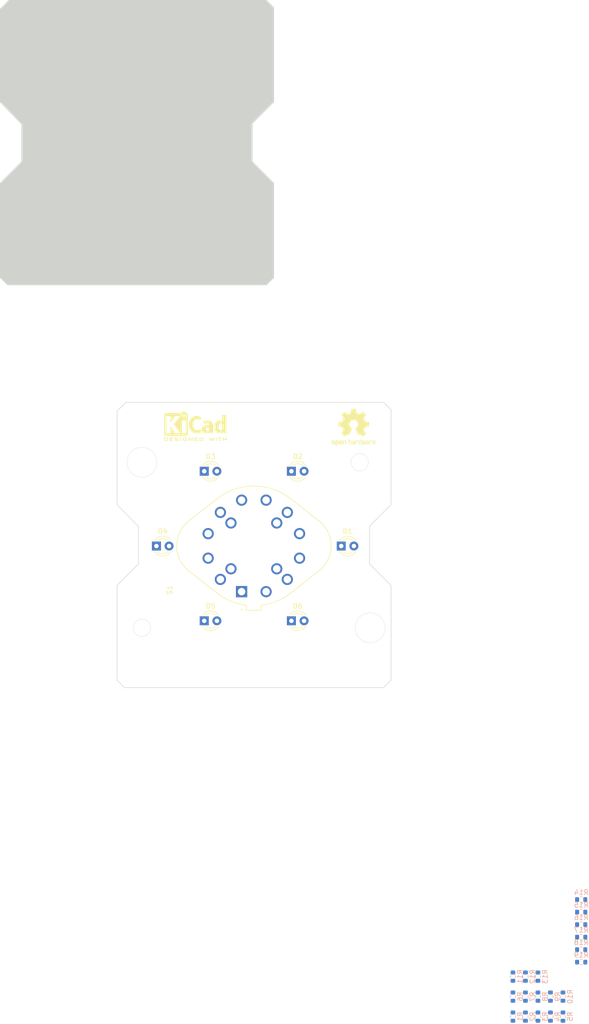
<source format=kicad_pcb>
(kicad_pcb (version 20241229) (generator "pcbnew") (generator_version "9.0")
  (title_block (company "OpenSpare") (comment 1 "SPDX-License-Identifier: CERN-OHL-W-2.0") (comment 2 "© 2025 OpenSpare contributors"))
  (layers (0 "F.Cu" signal) (2 "B.Cu" signal) (13 "F.Paste" user) (15 "B.Paste" user) (5 "F.SilkS" user "F.Silkscreen") (7 "B.SilkS" user "B.Silkscreen") (1 "F.Mask" user) (3 "B.Mask" user) (25 "Edge.Cuts" user))
  (net 0 "")
  (net 1 "Net-(R1-Pad1)")
  (net 2 "VDD")
  (net 3 "Net-(R2-Pad1)")
  (net 4 "Net-(R3-Pad1)")
  (net 5 "Net-(R4-Pad1)")
  (net 6 "Net-(R5-Pad1)")
  (net 7 "Net-(R6-Pad1)")
  (net 8 "Net-(R7-Pad2)")
  (net 9 "Net-(R8-Pad2)")
  (net 10 "Net-(R10-Pad1)")
  (net 11 "Net-(R10-Pad2)")
  (net 12 "Net-(R11-Pad2)")
  (net 13 "Net-(R12-Pad2)")
  (net 14 "GND")
  (net 15 "Net-(R13-Pad1)")
  (net 16 "Net-(D1-A)")
  (net 17 "Net-(D1-K)")
  (net 18 "Net-(D2-A)")
  (net 19 "Net-(D3-A)")
  (net 20 "Net-(D4-A)")
  (net 21 "Net-(D5-A)")
  (net 22 "Net-(D6-A)")
  (footprint "LED_THT:LED_D3.0mm" (layer "F.Cu") (at 7.9 28.8)
    (property "Reference" "D4" (at 1.27 -2.96 0) (layer "F.SilkS"))
    (property "Value" "LED")
    (pad "1" thru_hole rect (at 0 0) (size 1.8 1.8) (drill 0.9) (layers "*.Cu" "*.Mask") (net 17 "Net-(D1-K)"))
    (pad "2" thru_hole circle (at 2.54 0) (size 1.8 1.8) (drill 0.9) (layers "*.Cu" "*.Mask") (net 20 "Net-(D4-A)"))
  )
  (footprint "LED_THT:LED_D3.0mm" (layer "F.Cu") (at 17.5 13.8)
    (property "Reference" "D3" (at 1.27 -2.96 0) (layer "F.SilkS"))
    (property "Value" "LED")
    (pad "1" thru_hole rect (at 0 0) (size 1.8 1.8) (drill 0.9) (layers "*.Cu" "*.Mask") (net 17 "Net-(D1-K)"))
    (pad "2" thru_hole circle (at 2.54 0) (size 1.8 1.8) (drill 0.9) (layers "*.Cu" "*.Mask") (net 19 "Net-(D3-A)"))
  )
  (footprint "LED_THT:LED_D3.0mm" (layer "F.Cu") (at 45 28.8)
    (property "Reference" "D1" (at 1.27 -2.96 0) (layer "F.SilkS"))
    (property "Value" "LED")
    (pad "1" thru_hole rect (at 0 0) (size 1.8 1.8) (drill 0.9) (layers "*.Cu" "*.Mask") (net 17 "Net-(D1-K)"))
    (pad "2" thru_hole circle (at 2.54 0) (size 1.8 1.8) (drill 0.9) (layers "*.Cu" "*.Mask") (net 16 "Net-(D1-A)"))
  )
  (footprint "LED_THT:LED_D3.0mm" (layer "F.Cu") (at 17.5 43.8)
    (property "Reference" "D5" (at 1.27 -2.96 0) (layer "F.SilkS"))
    (property "Value" "LED")
    (pad "1" thru_hole rect (at 0 0) (size 1.8 1.8) (drill 0.9) (layers "*.Cu" "*.Mask") (net 17 "Net-(D1-K)"))
    (pad "2" thru_hole circle (at 2.54 0) (size 1.8 1.8) (drill 0.9) (layers "*.Cu" "*.Mask") (net 21 "Net-(D5-A)"))
  )
  (footprint "Symbol:OSHW-Logo2_9.8x8mm_SilkScreen" (layer "F.Cu") (at 47.5 5)
    (property "Reference" "REF**" (hide yes))
    (property "Value" "OSHW-Logo2_9.8x8mm_SilkScreen" (hide yes))
  )
  (footprint "Symbol:KiCad-Logo2_5mm_SilkScreen" (layer "F.Cu") (at 15.75 4.75)
    (property "Reference" "REF**" (hide yes))
    (property "Value" "KiCad-Logo2_5mm_SilkScreen" (hide yes))
  )
  (footprint "LED_THT:LED_D3.0mm" (layer "F.Cu") (at 35 43.8)
    (property "Reference" "D6" (at 1.27 -2.96 0) (layer "F.SilkS"))
    (property "Value" "LED")
    (pad "1" thru_hole rect (at 0 0) (size 1.8 1.8) (drill 0.9) (layers "*.Cu" "*.Mask") (net 17 "Net-(D1-K)"))
    (pad "2" thru_hole circle (at 2.54 0) (size 1.8 1.8) (drill 0.9) (layers "*.Cu" "*.Mask") (net 22 "Net-(D6-A)"))
  )
  (footprint "LED_THT:LED_D3.0mm" (layer "F.Cu") (at 35 13.8)
    (property "Reference" "D2" (at 1.27 -2.96 0) (layer "F.SilkS"))
    (property "Value" "LED")
    (pad "1" thru_hole rect (at 0 0) (size 1.8 1.8) (drill 0.9) (layers "*.Cu" "*.Mask") (net 17 "Net-(D1-K)"))
    (pad "2" thru_hole circle (at 2.54 0) (size 1.8 1.8) (drill 0.9) (layers "*.Cu" "*.Mask") (net 18 "Net-(D2-A)"))
  )
  (footprint "OpenSpare_footprints:SW_SRRM1C7800" (layer "F.Cu") (at 27.459 28.776 90)
    (property "Reference" "S1" (at -8.825 -16.885 90) (layer "F.SilkS"))
    (property "Value" "SRRM1C7800")
    (pad "1" thru_hole rect (at -9.176 -2.459 90) (size 2.25 2.25) (drill 1.5) (layers "*.Cu" "*.Mask") (net 5 "Net-(R4-Pad1)"))
    (pad "2" thru_hole circle (at -6.718 -6.718 90) (size 2.25 2.25) (drill 1.5) (layers "*.Cu" "*.Mask") (net 6 "Net-(R5-Pad1)"))
    (pad "3" thru_hole circle (at -2.459 -9.176 90) (size 2.25 2.25) (drill 1.5) (layers "*.Cu" "*.Mask") (net 7 "Net-(R6-Pad1)"))
    (pad "4" thru_hole circle (at 2.459 -9.176 90) (size 2.25 2.25) (drill 1.5) (layers "*.Cu" "*.Mask") (net 8 "Net-(R7-Pad2)"))
    (pad "5" thru_hole circle (at 6.718 -6.718 90) (size 2.25 2.25) (drill 1.5) (layers "*.Cu" "*.Mask") (net 9 "Net-(R8-Pad2)"))
    (pad "6" thru_hole circle (at 9.176 -2.459 90) (size 2.25 2.25) (drill 1.5) (layers "*.Cu" "*.Mask") (net 10 "Net-(R10-Pad1)"))
    (pad "7" thru_hole circle (at 9.176 2.459 90) (size 2.25 2.25) (drill 1.5) (layers "*.Cu" "*.Mask") (net 11 "Net-(R10-Pad2)"))
    (pad "8" thru_hole circle (at 6.718 6.718 90) (size 2.25 2.25) (drill 1.5) (layers "*.Cu" "*.Mask") (net 12 "Net-(R11-Pad2)"))
    (pad "9" thru_hole circle (at 2.459 9.176 90) (size 2.25 2.25) (drill 1.5) (layers "*.Cu" "*.Mask") (net 13 "Net-(R12-Pad2)"))
    (pad "10" thru_hole circle (at -2.459 9.176 90) (size 2.25 2.25) (drill 1.5) (layers "*.Cu" "*.Mask") (net 1 "Net-(R1-Pad1)"))
    (pad "11" thru_hole circle (at -6.718 6.718 90) (size 2.25 2.25) (drill 1.5) (layers "*.Cu" "*.Mask") (net 3 "Net-(R2-Pad1)"))
    (pad "12" thru_hole circle (at -9.176 2.459 90) (size 2.25 2.25) (drill 1.5) (layers "*.Cu" "*.Mask") (net 4 "Net-(R3-Pad1)"))
    (pad "13" thru_hole circle (at -4.596 -4.596 90) (size 2.25 2.25) (drill 1.5) (layers "*.Cu" "*.Mask") (net 15 "Net-(R13-Pad1)"))
    (pad "14" thru_hole circle (at 4.596 -4.596 90) (size 2.25 2.25) (drill 1.5) (layers "*.Cu" "*.Mask") (net 15 "Net-(R13-Pad1)"))
    (pad "15" thru_hole circle (at -4.596 4.596 90) (size 2.25 2.25) (drill 1.5) (layers "*.Cu" "*.Mask") (net 15 "Net-(R13-Pad1)"))
    (pad "16" thru_hole circle (at 4.596 4.596 90) (size 2.25 2.25) (drill 1.5) (layers "*.Cu" "*.Mask") (net 15 "Net-(R13-Pad1)"))
  )
  (footprint "Resistor_SMD:R_0603_1608Metric" (layer "B.Cu") (at 87 123.175 90)
    (property "Reference" "R4" (at 0 1.43 90) (layer "B.SilkS") (effects (justify mirror)))
    (property "Value" "1k")
    (pad "1" smd roundrect (at -0.825 0 90) (size 0.8 0.95) (layers "B.Cu" "B.Mask" "B.Paste") (net 5 "Net-(R4-Pad1)"))
    (pad "2" smd roundrect (at 0.825 0 90) (size 0.8 0.95) (layers "B.Cu" "B.Mask" "B.Paste") (net 4 "Net-(R3-Pad1)"))
  )
  (footprint "Resistor_SMD:R_0603_1608Metric" (layer "B.Cu") (at 81.98 123.175 90)
    (property "Reference" "R2" (at 0 1.43 90) (layer "B.SilkS") (effects (justify mirror)))
    (property "Value" "1k")
    (pad "1" smd roundrect (at -0.825 0 90) (size 0.8 0.95) (layers "B.Cu" "B.Mask" "B.Paste") (net 3 "Net-(R2-Pad1)"))
    (pad "2" smd roundrect (at 0.825 0 90) (size 0.8 0.95) (layers "B.Cu" "B.Mask" "B.Paste") (net 1 "Net-(R1-Pad1)"))
  )
  (footprint "Resistor_SMD:R_0603_1608Metric" (layer "B.Cu") (at 93.175 104.72 180)
    (property "Reference" "R16" (at 0 1.43 0) (layer "B.SilkS") (effects (justify mirror)))
    (property "Value" "10k")
    (pad "1" smd roundrect (at -0.825 0 180) (size 0.8 0.95) (layers "B.Cu" "B.Mask" "B.Paste") (net 20 "Net-(D4-A)"))
    (pad "2" smd roundrect (at 0.825 0 180) (size 0.8 0.95) (layers "B.Cu" "B.Mask" "B.Paste") (net 2 "VDD"))
  )
  (footprint "Resistor_SMD:R_0603_1608Metric" (layer "B.Cu") (at 84.49 115.155 90)
    (property "Reference" "R13" (at 0 1.43 90) (layer "B.SilkS") (effects (justify mirror)))
    (property "Value" "10k")
    (pad "1" smd roundrect (at -0.825 0 90) (size 0.8 0.95) (layers "B.Cu" "B.Mask" "B.Paste") (net 15 "Net-(R13-Pad1)"))
    (pad "2" smd roundrect (at 0.825 0 90) (size 0.8 0.95) (layers "B.Cu" "B.Mask" "B.Paste") (net 14 "GND"))
  )
  (footprint "Resistor_SMD:R_0603_1608Metric" (layer "B.Cu") (at 79.47 115.155 90)
    (property "Reference" "R11" (at 0 1.43 90) (layer "B.SilkS") (effects (justify mirror)))
    (property "Value" "4,7k")
    (pad "1" smd roundrect (at -0.825 0 90) (size 0.8 0.95) (layers "B.Cu" "B.Mask" "B.Paste") (net 11 "Net-(R10-Pad2)"))
    (pad "2" smd roundrect (at 0.825 0 90) (size 0.8 0.95) (layers "B.Cu" "B.Mask" "B.Paste") (net 12 "Net-(R11-Pad2)"))
  )
  (footprint "Resistor_SMD:R_0603_1608Metric" (layer "B.Cu") (at 84.49 123.175 90)
    (property "Reference" "R3" (at 0 1.43 90) (layer "B.SilkS") (effects (justify mirror)))
    (property "Value" "1k")
    (pad "1" smd roundrect (at -0.825 0 90) (size 0.8 0.95) (layers "B.Cu" "B.Mask" "B.Paste") (net 4 "Net-(R3-Pad1)"))
    (pad "2" smd roundrect (at 0.825 0 90) (size 0.8 0.95) (layers "B.Cu" "B.Mask" "B.Paste") (net 3 "Net-(R2-Pad1)"))
  )
  (footprint "Resistor_SMD:R_0603_1608Metric" (layer "B.Cu") (at 84.49 119.165 90)
    (property "Reference" "R8" (at 0 1.43 90) (layer "B.SilkS") (effects (justify mirror)))
    (property "Value" "2k")
    (pad "1" smd roundrect (at -0.825 0 90) (size 0.8 0.95) (layers "B.Cu" "B.Mask" "B.Paste") (net 8 "Net-(R7-Pad2)"))
    (pad "2" smd roundrect (at 0.825 0 90) (size 0.8 0.95) (layers "B.Cu" "B.Mask" "B.Paste") (net 9 "Net-(R8-Pad2)"))
  )
  (footprint "Resistor_SMD:R_0603_1608Metric" (layer "B.Cu") (at 79.47 123.175 90)
    (property "Reference" "R1" (at 0 1.43 90) (layer "B.SilkS") (effects (justify mirror)))
    (property "Value" "1k")
    (pad "1" smd roundrect (at -0.825 0 90) (size 0.8 0.95) (layers "B.Cu" "B.Mask" "B.Paste") (net 1 "Net-(R1-Pad1)"))
    (pad "2" smd roundrect (at 0.825 0 90) (size 0.8 0.95) (layers "B.Cu" "B.Mask" "B.Paste") (net 2 "VDD"))
  )
  (footprint "Resistor_SMD:R_0603_1608Metric" (layer "B.Cu") (at 93.175 109.74 180)
    (property "Reference" "R18" (at 0 1.43 0) (layer "B.SilkS") (effects (justify mirror)))
    (property "Value" "10k")
    (pad "1" smd roundrect (at -0.825 0 180) (size 0.8 0.95) (layers "B.Cu" "B.Mask" "B.Paste") (net 22 "Net-(D6-A)"))
    (pad "2" smd roundrect (at 0.825 0 180) (size 0.8 0.95) (layers "B.Cu" "B.Mask" "B.Paste") (net 2 "VDD"))
  )
  (footprint "Resistor_SMD:R_0603_1608Metric" (layer "B.Cu") (at 89.51 119.165 90)
    (property "Reference" "R10" (at 0 1.43 90) (layer "B.SilkS") (effects (justify mirror)))
    (property "Value" "2k")
    (pad "1" smd roundrect (at -0.825 0 90) (size 0.8 0.95) (layers "B.Cu" "B.Mask" "B.Paste") (net 10 "Net-(R10-Pad1)"))
    (pad "2" smd roundrect (at 0.825 0 90) (size 0.8 0.95) (layers "B.Cu" "B.Mask" "B.Paste") (net 11 "Net-(R10-Pad2)"))
  )
  (footprint "Resistor_SMD:R_0603_1608Metric" (layer "B.Cu") (at 81.98 119.165 90)
    (property "Reference" "R7" (at 0 1.43 90) (layer "B.SilkS") (effects (justify mirror)))
    (property "Value" "2k")
    (pad "1" smd roundrect (at -0.825 0 90) (size 0.8 0.95) (layers "B.Cu" "B.Mask" "B.Paste") (net 7 "Net-(R6-Pad1)"))
    (pad "2" smd roundrect (at 0.825 0 90) (size 0.8 0.95) (layers "B.Cu" "B.Mask" "B.Paste") (net 8 "Net-(R7-Pad2)"))
  )
  (footprint "Resistor_SMD:R_0603_1608Metric" (layer "B.Cu") (at 93.175 102.21 180)
    (property "Reference" "R15" (at 0 1.43 0) (layer "B.SilkS") (effects (justify mirror)))
    (property "Value" "10k")
    (pad "1" smd roundrect (at -0.825 0 180) (size 0.8 0.95) (layers "B.Cu" "B.Mask" "B.Paste") (net 19 "Net-(D3-A)"))
    (pad "2" smd roundrect (at 0.825 0 180) (size 0.8 0.95) (layers "B.Cu" "B.Mask" "B.Paste") (net 2 "VDD"))
  )
  (footprint "Resistor_SMD:R_0603_1608Metric" (layer "B.Cu") (at 89.51 123.175 90)
    (property "Reference" "R5" (at 0 1.43 90) (layer "B.SilkS") (effects (justify mirror)))
    (property "Value" "1k")
    (pad "1" smd roundrect (at -0.825 0 90) (size 0.8 0.95) (layers "B.Cu" "B.Mask" "B.Paste") (net 6 "Net-(R5-Pad1)"))
    (pad "2" smd roundrect (at 0.825 0 90) (size 0.8 0.95) (layers "B.Cu" "B.Mask" "B.Paste") (net 5 "Net-(R4-Pad1)"))
  )
  (footprint "Resistor_SMD:R_0603_1608Metric" (layer "B.Cu") (at 93.175 99.7 180)
    (property "Reference" "R14" (at 0 1.43 0) (layer "B.SilkS") (effects (justify mirror)))
    (property "Value" "10k")
    (pad "1" smd roundrect (at -0.825 0 180) (size 0.8 0.95) (layers "B.Cu" "B.Mask" "B.Paste") (net 18 "Net-(D2-A)"))
    (pad "2" smd roundrect (at 0.825 0 180) (size 0.8 0.95) (layers "B.Cu" "B.Mask" "B.Paste") (net 2 "VDD"))
  )
  (footprint "Resistor_SMD:R_0603_1608Metric" (layer "B.Cu") (at 87 119.165 90)
    (property "Reference" "R9" (at 0 1.43 90) (layer "B.SilkS") (effects (justify mirror)))
    (property "Value" "2k")
    (pad "1" smd roundrect (at -0.825 0 90) (size 0.8 0.95) (layers "B.Cu" "B.Mask" "B.Paste") (net 9 "Net-(R8-Pad2)"))
    (pad "2" smd roundrect (at 0.825 0 90) (size 0.8 0.95) (layers "B.Cu" "B.Mask" "B.Paste") (net 10 "Net-(R10-Pad1)"))
  )
  (footprint "Resistor_SMD:R_0603_1608Metric" (layer "B.Cu") (at 93.175 112.25 180)
    (property "Reference" "R19" (at 0 1.43 0) (layer "B.SilkS") (effects (justify mirror)))
    (property "Value" "10k")
    (pad "1" smd roundrect (at -0.825 0 180) (size 0.8 0.95) (layers "B.Cu" "B.Mask" "B.Paste") (net 16 "Net-(D1-A)"))
    (pad "2" smd roundrect (at 0.825 0 180) (size 0.8 0.95) (layers "B.Cu" "B.Mask" "B.Paste") (net 2 "VDD"))
  )
  (footprint "Resistor_SMD:R_0603_1608Metric" (layer "B.Cu") (at 79.47 119.165 90)
    (property "Reference" "R6" (at 0 1.43 90) (layer "B.SilkS") (effects (justify mirror)))
    (property "Value" "1k")
    (pad "1" smd roundrect (at -0.825 0 90) (size 0.8 0.95) (layers "B.Cu" "B.Mask" "B.Paste") (net 7 "Net-(R6-Pad1)"))
    (pad "2" smd roundrect (at 0.825 0 90) (size 0.8 0.95) (layers "B.Cu" "B.Mask" "B.Paste") (net 6 "Net-(R5-Pad1)"))
  )
  (footprint "Resistor_SMD:R_0603_1608Metric" (layer "B.Cu") (at 93.175 107.23 180)
    (property "Reference" "R17" (at 0 1.43 0) (layer "B.SilkS") (effects (justify mirror)))
    (property "Value" "10k")
    (pad "1" smd roundrect (at -0.825 0 180) (size 0.8 0.95) (layers "B.Cu" "B.Mask" "B.Paste") (net 21 "Net-(D5-A)"))
    (pad "2" smd roundrect (at 0.825 0 180) (size 0.8 0.95) (layers "B.Cu" "B.Mask" "B.Paste") (net 2 "VDD"))
  )
  (footprint "Resistor_SMD:R_0603_1608Metric" (layer "B.Cu") (at 81.98 115.155 90)
    (property "Reference" "R12" (at 0 1.43 90) (layer "B.SilkS") (effects (justify mirror)))
    (property "Value" "4,7k")
    (pad "1" smd roundrect (at -0.825 0 90) (size 0.8 0.95) (layers "B.Cu" "B.Mask" "B.Paste") (net 12 "Net-(R11-Pad2)"))
    (pad "2" smd roundrect (at 0.825 0 90) (size 0.8 0.95) (layers "B.Cu" "B.Mask" "B.Paste") (net 13 "Net-(R12-Pad2)"))
  )
  (gr_line (start 50.7 24.8) (end 55 20.5) (stroke (width 0.1)) (layer "Edge.Cuts"))
  (gr_line (start 55 20.5) (end 55 1.5) (stroke (width 0.1)) (layer "Edge.Cuts"))
  (gr_circle (center 5 12) (end 8 12) (stroke (width 0.05)) (fill no) (layer "Edge.Cuts"))
  (gr_line (start 55 36.7) (end 50.7 32.4) (stroke (width 0.1)) (layer "Edge.Cuts"))
  (gr_poly (pts (xy 30 -23.5) (xy 31.5 -25) (xy 31.5 -44) (xy 27.2 -48.3) (xy 27.2 -55.9) (xy 31.5 -60.2) (xy 31.5 -79.2) (xy 30 -80.7) (xy -21.75 -80.7) (xy -23.5 -78.95) (xy -23.5 -60.2) (xy -19.2 -55.8) (xy -19.2 -48.3) (xy -23.5 -44) (xy -23.5 -25) (xy -22 -23.5)) (fill yes) (layer "Edge.Cuts"))
  (gr_line (start 55 55.7) (end 55 36.7) (stroke (width 0.1)) (layer "Edge.Cuts"))
  (gr_line (start 4.3 32.4) (end 0 36.7) (stroke (width 0.1)) (layer "Edge.Cuts"))
  (gr_circle (center 48.7 12) (end 50.45 12) (stroke (width 0.05)) (fill no) (layer "Edge.Cuts"))
  (gr_line (start 55 1.5) (end 53.5 0) (stroke (width 0.1)) (layer "Edge.Cuts"))
  (gr_line (start 0 1.75) (end 0 20.5) (stroke (width 0.1)) (layer "Edge.Cuts"))
  (gr_line (start 4.3 24.9) (end 4.3 32.4) (stroke (width 0.1)) (layer "Edge.Cuts"))
  (gr_line (start 50.7 32.4) (end 50.7 24.8) (stroke (width 0.1)) (layer "Edge.Cuts"))
  (gr_line (start 53.5 0) (end 1.75 0) (stroke (width 0.1)) (layer "Edge.Cuts"))
  (gr_line (start 0 36.7) (end 0 55.7) (stroke (width 0.1)) (layer "Edge.Cuts"))
  (gr_line (start 1.75 0) (end 0 1.75) (stroke (width 0.1)) (layer "Edge.Cuts"))
  (gr_line (start 1.5 57.2) (end 53.5 57.2) (stroke (width 0.1)) (layer "Edge.Cuts"))
  (gr_line (start 0 20.5) (end 4.3 24.9) (stroke (width 0.1)) (layer "Edge.Cuts"))
  (gr_circle (center 5 45.2) (end 6.75 45.2) (stroke (width 0.05)) (fill no) (layer "Edge.Cuts"))
  (gr_line (start 53.5 57.2) (end 55 55.7) (stroke (width 0.1)) (layer "Edge.Cuts"))
  (gr_line (start 0 55.7) (end 1.5 57.2) (stroke (width 0.1)) (layer "Edge.Cuts"))
  (gr_circle (center 50.8 45.2) (end 53.8 45.2) (stroke (width 0.05)) (fill no) (layer "Edge.Cuts"))
)
</source>
